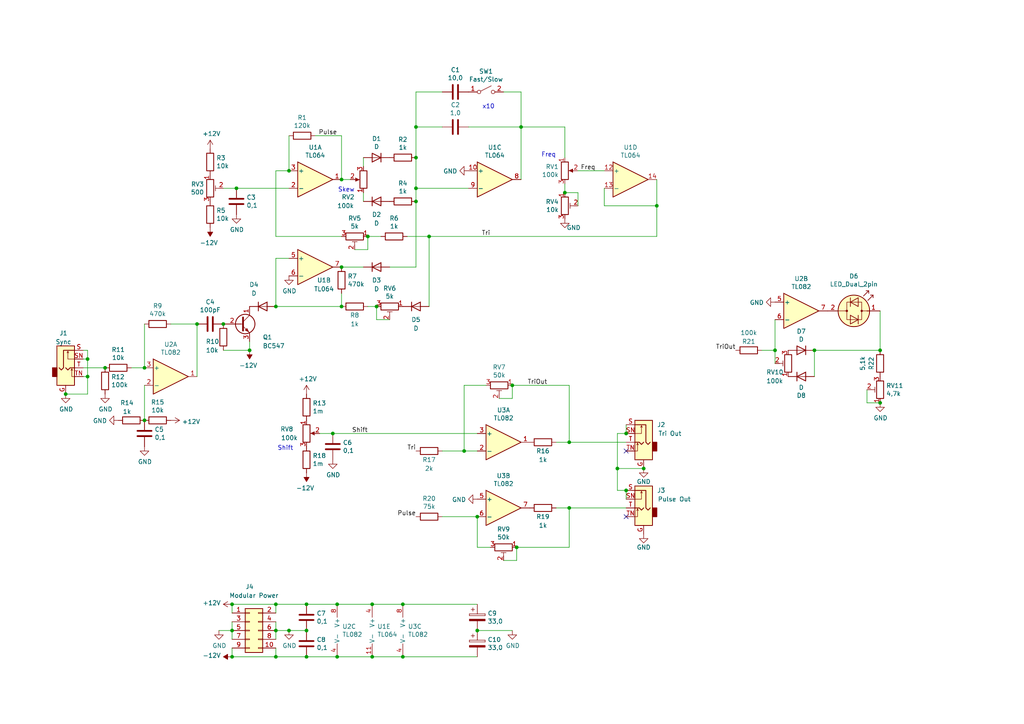
<source format=kicad_sch>
(kicad_sch (version 20211123) (generator eeschema)
  (paper "A4")
  (lib_symbols
    (symbol "Amplifier_Operational:TL064" (pin_names (offset 0.127))
      (property "Reference" "U" (at 0 5.08 0))
      (property "Value" "TL064" (at 0 -5.08 0))
      (symbol "TL064_1_1"
        (polyline (pts (xy -5.08 5.08) (xy 5.08 0) (xy -5.08 -5.08) (xy -5.08 5.08)) (stroke (width 0.254)) (fill (type background)))
        (pin output line (at 7.62 0 180) (length 2.54) (name "~") (number "1"))
        (pin input line (at -7.62 -2.54 0) (length 2.54) (name "-") (number "2"))
        (pin input line (at -7.62 2.54 0) (length 2.54) (name "+") (number "3"))
      )
      (symbol "TL064_2_1"
        (polyline (pts (xy -5.08 5.08) (xy 5.08 0) (xy -5.08 -5.08) (xy -5.08 5.08)) (stroke (width 0.254)) (fill (type background)))
        (pin input line (at -7.62 2.54 0) (length 2.54) (name "+") (number "5"))
        (pin input line (at -7.62 -2.54 0) (length 2.54) (name "-") (number "6"))
        (pin output line (at 7.62 0 180) (length 2.54) (name "~") (number "7"))
      )
      (symbol "TL064_3_1"
        (polyline (pts (xy -5.08 5.08) (xy 5.08 0) (xy -5.08 -5.08) (xy -5.08 5.08)) (stroke (width 0.254)) (fill (type background)))
        (pin input line (at -7.62 2.54 0) (length 2.54) (name "+") (number "10"))
        (pin output line (at 7.62 0 180) (length 2.54) (name "~") (number "8"))
        (pin input line (at -7.62 -2.54 0) (length 2.54) (name "-") (number "9"))
      )
      (symbol "TL064_4_1"
        (polyline (pts (xy -5.08 5.08) (xy 5.08 0) (xy -5.08 -5.08) (xy -5.08 5.08)) (stroke (width 0.254)) (fill (type background)))
        (pin input line (at -7.62 2.54 0) (length 2.54) (name "+") (number "12"))
        (pin input line (at -7.62 -2.54 0) (length 2.54) (name "-") (number "13"))
        (pin output line (at 7.62 0 180) (length 2.54) (name "~") (number "14"))
      )
      (symbol "TL064_5_1"
        (pin power_in line (at -2.54 -7.62 90) (length 3.81) (name "V-") (number "11"))
        (pin power_in line (at -2.54 7.62 270) (length 3.81) (name "V+") (number "4"))
      )
    )
    (symbol "Amplifier_Operational:TL082" (pin_names (offset 0.127))
      (property "Reference" "U" (at 0 5.08 0))
      (property "Value" "TL082" (at 0 -5.08 0))
      (symbol "TL082_1_1"
        (polyline (pts (xy -5.08 5.08) (xy 5.08 0) (xy -5.08 -5.08) (xy -5.08 5.08)) (stroke (width 0.254)) (fill (type background)))
        (pin output line (at 7.62 0 180) (length 2.54) (name "~") (number "1"))
        (pin input line (at -7.62 -2.54 0) (length 2.54) (name "-") (number "2"))
        (pin input line (at -7.62 2.54 0) (length 2.54) (name "+") (number "3"))
      )
      (symbol "TL082_2_1"
        (polyline (pts (xy -5.08 5.08) (xy 5.08 0) (xy -5.08 -5.08) (xy -5.08 5.08)) (stroke (width 0.254)) (fill (type background)))
        (pin input line (at -7.62 2.54 0) (length 2.54) (name "+") (number "5"))
        (pin input line (at -7.62 -2.54 0) (length 2.54) (name "-") (number "6"))
        (pin output line (at 7.62 0 180) (length 2.54) (name "~") (number "7"))
      )
      (symbol "TL082_3_1"
        (pin power_in line (at -2.54 -7.62 90) (length 3.81) (name "V-") (number "4"))
        (pin power_in line (at -2.54 7.62 270) (length 3.81) (name "V+") (number "8"))
      )
    )
    (symbol "Connector:AudioJack2_Ground_Switch"
      (property "Reference" "J" (at 0 11.43 0))
      (property "Value" "AudioJack2_Ground_Switch" (at 0 8.89 0))
      (symbol "AudioJack2_Ground_Switch_0_1"
        (rectangle (start -2.54 -2.54) (end -3.81 0) (stroke (width 0.254)) (fill (type outline)))
        (rectangle (start 2.54 6.35) (end -2.54 -5.08) (stroke (width 0.254)) (fill (type background)))
      )
      (symbol "AudioJack2_Ground_Switch_1_1"
        (polyline (pts (xy 0.635 4.826) (xy 0.889 4.318)))
        (polyline (pts (xy 1.778 -0.254) (xy 2.032 -0.762)))
        (polyline (pts (xy 0 0) (xy 0.635 -0.635) (xy 1.27 0) (xy 2.54 0)) (stroke (width 0.254)))
        (polyline (pts (xy 2.54 -2.54) (xy 1.778 -2.54) (xy 1.778 -0.254) (xy 1.524 -0.762)))
        (polyline (pts (xy 2.54 2.54) (xy 0.635 2.54) (xy 0.635 4.826) (xy 0.381 4.318)))
        (polyline (pts (xy 2.54 5.08) (xy -0.635 5.08) (xy -0.635 0) (xy -1.27 -0.635) (xy -1.905 0)) (stroke (width 0.254)))
        (pin passive line (at 0 -7.62 90) (length 2.54) (name "~") (number "G"))
        (pin passive line (at 5.08 5.08 180) (length 2.54) (name "~") (number "S"))
        (pin passive line (at 5.08 2.54 180) (length 2.54) (name "~") (number "SN"))
        (pin passive line (at 5.08 0 180) (length 2.54) (name "~") (number "T"))
        (pin passive line (at 5.08 -2.54 180) (length 2.54) (name "~") (number "TN"))
      )
    )
    (symbol "Connector_Generic:Conn_02x05_Odd_Even" (pin_names (offset 1.016) hide)
      (property "Reference" "J" (at 1.27 7.62 0))
      (property "Value" "Conn_02x05_Odd_Even" (at 1.27 -7.62 0))
      (symbol "Conn_02x05_Odd_Even_1_1"
        (rectangle (start -1.27 -4.953) (end 0 -5.207) (stroke (width 0.1524)))
        (rectangle (start -1.27 -2.413) (end 0 -2.667) (stroke (width 0.1524)))
        (rectangle (start -1.27 0.127) (end 0 -0.127) (stroke (width 0.1524)))
        (rectangle (start -1.27 2.667) (end 0 2.413) (stroke (width 0.1524)))
        (rectangle (start -1.27 5.207) (end 0 4.953) (stroke (width 0.1524)))
        (rectangle (start -1.27 6.35) (end 3.81 -6.35) (stroke (width 0.254)) (fill (type background)))
        (rectangle (start 3.81 -4.953) (end 2.54 -5.207) (stroke (width 0.1524)))
        (rectangle (start 3.81 -2.413) (end 2.54 -2.667) (stroke (width 0.1524)))
        (rectangle (start 3.81 0.127) (end 2.54 -0.127) (stroke (width 0.1524)))
        (rectangle (start 3.81 2.667) (end 2.54 2.413) (stroke (width 0.1524)))
        (rectangle (start 3.81 5.207) (end 2.54 4.953) (stroke (width 0.1524)))
        (pin passive line (at -5.08 5.08 0) (length 3.81) (name "Pin_1") (number "1"))
        (pin passive line (at 7.62 -5.08 180) (length 3.81) (name "Pin_10") (number "10"))
        (pin passive line (at 7.62 5.08 180) (length 3.81) (name "Pin_2") (number "2"))
        (pin passive line (at -5.08 2.54 0) (length 3.81) (name "Pin_3") (number "3"))
        (pin passive line (at 7.62 2.54 180) (length 3.81) (name "Pin_4") (number "4"))
        (pin passive line (at -5.08 0 0) (length 3.81) (name "Pin_5") (number "5"))
        (pin passive line (at 7.62 0 180) (length 3.81) (name "Pin_6") (number "6"))
        (pin passive line (at -5.08 -2.54 0) (length 3.81) (name "Pin_7") (number "7"))
        (pin passive line (at 7.62 -2.54 180) (length 3.81) (name "Pin_8") (number "8"))
        (pin passive line (at -5.08 -5.08 0) (length 3.81) (name "Pin_9") (number "9"))
      )
    )
    (symbol "Device:C" (pin_numbers hide) (pin_names (offset 0.254))
      (property "Reference" "C" (at 0.635 2.54 0))
      (property "Value" "C" (at 0.635 -2.54 0))
      (symbol "C_0_1"
        (polyline (pts (xy -2.032 -0.762) (xy 2.032 -0.762)) (stroke (width 0.508)))
        (polyline (pts (xy -2.032 0.762) (xy 2.032 0.762)) (stroke (width 0.508)))
      )
      (symbol "C_1_1"
        (pin passive line (at 0 3.81 270) (length 2.794) (name "~") (number "1"))
        (pin passive line (at 0 -3.81 90) (length 2.794) (name "~") (number "2"))
      )
    )
    (symbol "Device:D" (pin_numbers hide) (pin_names (offset 1.016) hide)
      (property "Reference" "D" (at 0 2.54 0))
      (property "Value" "D" (at 0 -2.54 0))
      (symbol "D_0_1"
        (polyline (pts (xy -1.27 1.27) (xy -1.27 -1.27)) (stroke (width 0.254)))
        (polyline (pts (xy 1.27 0) (xy -1.27 0)))
        (polyline (pts (xy 1.27 1.27) (xy 1.27 -1.27) (xy -1.27 0) (xy 1.27 1.27)) (stroke (width 0.254)))
      )
      (symbol "D_1_1"
        (pin passive line (at -3.81 0 0) (length 2.54) (name "K") (number "1"))
        (pin passive line (at 3.81 0 180) (length 2.54) (name "A") (number "2"))
      )
    )
    (symbol "Device:R" (pin_numbers hide) (pin_names (offset 0))
      (property "Reference" "R" (at 2.032 0 90))
      (property "Value" "R" (at 0 0 90))
      (symbol "R_0_1"
        (rectangle (start -1.016 -2.54) (end 1.016 2.54) (stroke (width 0.254)))
      )
      (symbol "R_1_1"
        (pin passive line (at 0 3.81 270) (length 1.27) (name "~") (number "1"))
        (pin passive line (at 0 -3.81 90) (length 1.27) (name "~") (number "2"))
      )
    )
    (symbol "Switch:SW_SPST" (pin_names (offset 0) hide)
      (property "Reference" "SW" (at 0 3.175 0))
      (property "Value" "SW_SPST" (at 0 -2.54 0))
      (symbol "SW_SPST_0_0"
        (circle (center -2.032 0) (radius 0.508))
        (polyline (pts (xy -1.524 0.254) (xy 1.524 1.778)))
        (circle (center 2.032 0) (radius 0.508))
      )
      (symbol "SW_SPST_1_1"
        (pin passive line (at -5.08 0 0) (length 2.54) (name "A") (number "1"))
        (pin passive line (at 5.08 0 180) (length 2.54) (name "B") (number "2"))
      )
    )
    (symbol "Transistor_BJT:BC547" (pin_names (offset 0) hide)
      (property "Reference" "Q" (at 5.08 1.905 0))
      (property "Value" "BC547" (at 5.08 0 0))
      (symbol "BC547_0_1"
        (polyline (pts (xy 0 0) (xy 0.635 0)))
        (polyline (pts (xy 0.635 0.635) (xy 2.54 2.54)))
        (polyline (pts (xy 0.635 -0.635) (xy 2.54 -2.54) (xy 2.54 -2.54)))
        (polyline (pts (xy 0.635 1.905) (xy 0.635 -1.905) (xy 0.635 -1.905)) (stroke (width 0.508)))
        (polyline (pts (xy 1.27 -1.778) (xy 1.778 -1.27) (xy 2.286 -2.286) (xy 1.27 -1.778) (xy 1.27 -1.778)) (fill (type outline)))
        (circle (center 1.27 0) (radius 2.8194) (stroke (width 0.254)))
      )
      (symbol "BC547_1_1"
        (pin passive line (at 2.54 5.08 270) (length 2.54) (name "C") (number "1"))
        (pin input line (at -5.08 0 0) (length 5.08) (name "B") (number "2"))
        (pin passive line (at 2.54 -5.08 90) (length 2.54) (name "E") (number "3"))
      )
    )
    (symbol "dz_LFO_Sync-rescue:CP-Device" (pin_numbers hide) (pin_names (offset 0.254))
      (property "Reference" "C" (at 0.635 2.54 0))
      (property "Value" "CP-Device" (at 0.635 -2.54 0))
      (symbol "CP-Device_0_1"
        (rectangle (start -2.286 0.508) (end -2.286 1.016))
        (rectangle (start -2.286 0.508) (end 2.286 0.508))
        (polyline (pts (xy -1.778 2.286) (xy -0.762 2.286)))
        (polyline (pts (xy -1.27 2.794) (xy -1.27 1.778)))
        (rectangle (start 2.286 -0.508) (end -2.286 -1.016) (fill (type outline)))
        (rectangle (start 2.286 1.016) (end -2.286 1.016))
        (rectangle (start 2.286 1.016) (end 2.286 0.508))
      )
      (symbol "CP-Device_1_1"
        (pin passive line (at 0 3.81 270) (length 2.794) (name "~") (number "1"))
        (pin passive line (at 0 -3.81 90) (length 2.794) (name "~") (number "2"))
      )
    )
    (symbol "dz_LFO_Sync-rescue:LED_Dual_2pin-Device" (pin_names (offset 0) hide)
      (property "Reference" "D" (at 0 5.715 0))
      (property "Value" "LED_Dual_2pin-Device" (at 0 -6.35 0))
      (symbol "LED_Dual_2pin-Device_0_1"
        (circle (center -2.032 0) (radius 0.254) (fill (type outline)))
        (polyline (pts (xy -4.572 0) (xy -2.54 0)))
        (polyline (pts (xy -2.032 0) (xy -2.54 0)))
        (polyline (pts (xy -1.016 3.81) (xy -1.016 1.27)) (stroke (width 0.2032)))
        (polyline (pts (xy 1.27 -1.27) (xy 1.27 -3.81)) (stroke (width 0.2032)))
        (polyline (pts (xy 4.064 0) (xy 2.286 0)) (fill (type outline)))
        (polyline (pts (xy 4.318 5.842) (xy 4.318 5.08)) (stroke (width 0.2032)))
        (polyline (pts (xy 5.588 4.572) (xy 5.588 3.81)) (stroke (width 0.2032)))
        (polyline (pts (xy 2.794 4.318) (xy 4.318 5.842) (xy 3.556 5.842)) (stroke (width 0.2032)))
        (polyline (pts (xy 4.064 3.048) (xy 5.588 4.572) (xy 4.826 4.572)) (stroke (width 0.2032)))
        (polyline (pts (xy -1.016 -1.27) (xy -1.016 -3.81) (xy 1.27 -2.54) (xy -1.016 -1.27)) (stroke (width 0.2032)))
        (polyline (pts (xy 1.27 3.81) (xy 1.27 1.27) (xy -1.016 2.54) (xy 1.27 3.81)) (stroke (width 0.2032)))
        (polyline (pts (xy 2.286 2.54) (xy -2.032 2.54) (xy -2.032 -2.54) (xy 2.286 -2.54) (xy 2.286 2.54)))
        (circle (center 0 0) (radius 4.572) (stroke (width 0.254)) (fill (type background)))
        (circle (center 2.286 0) (radius 0.254) (fill (type outline)))
      )
      (symbol "LED_Dual_2pin-Device_1_1"
        (pin input line (at 7.62 0 180) (length 3.81) (name "KA") (number "1"))
        (pin input line (at -7.62 0 0) (length 3.048) (name "AK") (number "2"))
      )
    )
    (symbol "dz_LFO_Sync-rescue:R_POT-Device" (pin_names (offset 1.016) hide)
      (property "Reference" "RV" (at -4.445 0 90))
      (property "Value" "R_POT-Device" (at -2.54 0 90))
      (symbol "R_POT-Device_0_1"
        (polyline (pts (xy 2.54 0) (xy 1.524 0)))
        (polyline (pts (xy 1.143 0) (xy 2.286 0.508) (xy 2.286 -0.508)) (fill (type outline)))
        (rectangle (start 1.016 2.54) (end -1.016 -2.54) (stroke (width 0.254)))
      )
      (symbol "R_POT-Device_1_1"
        (pin passive line (at 0 3.81 270) (length 1.27) (name "1") (number "1"))
        (pin passive line (at 3.81 0 180) (length 1.27) (name "2") (number "2"))
        (pin passive line (at 0 -3.81 90) (length 1.27) (name "3") (number "3"))
      )
    )
    (symbol "dz_LFO_Sync-rescue:R_POT_TRIM-Device" (pin_names (offset 1.016) hide)
      (property "Reference" "RV" (at -4.445 0 90))
      (property "Value" "R_POT_TRIM-Device" (at -2.54 0 90))
      (symbol "R_POT_TRIM-Device_0_1"
        (polyline (pts (xy 1.524 0.762) (xy 1.524 -0.762)))
        (polyline (pts (xy 2.54 0) (xy 1.524 0)))
        (rectangle (start 1.016 2.54) (end -1.016 -2.54) (stroke (width 0.254)))
      )
      (symbol "R_POT_TRIM-Device_1_1"
        (pin passive line (at 0 3.81 270) (length 1.27) (name "1") (number "1"))
        (pin passive line (at 3.81 0 180) (length 1.27) (name "2") (number "2"))
        (pin passive line (at 0 -3.81 90) (length 1.27) (name "3") (number "3"))
      )
    )
    (symbol "power:+12V" (power) (pin_names (offset 0))
      (property "Value" "+12V" (at 0 3.556 0))
      (symbol "+12V_0_1"
        (polyline (pts (xy -0.762 1.27) (xy 0 2.54)))
        (polyline (pts (xy 0 0) (xy 0 2.54)))
        (polyline (pts (xy 0 2.54) (xy 0.762 1.27)))
      )
      (symbol "+12V_1_1"
        (pin power_in line (at 0 0 90) (length 0) hide (name "+12V") (number "1"))
      )
    )
    (symbol "power:-12V" (power) (pin_names (offset 0))
      (property "Value" "-12V" (at 0 3.81 0))
      (symbol "-12V_0_0"
        (pin power_in line (at 0 0 90) (length 0) hide (name "-12V") (number "1"))
      )
      (symbol "-12V_0_1"
        (polyline (pts (xy 0 0) (xy 0 1.27) (xy 0.762 1.27) (xy 0 2.54) (xy -0.762 1.27) (xy 0 1.27)) (fill (type outline)))
      )
    )
    (symbol "power:GND" (power) (pin_names (offset 0))
      (property "Value" "GND" (at 0 -3.81 0))
      (symbol "GND_0_1"
        (polyline (pts (xy 0 0) (xy 0 -1.27) (xy 1.27 -1.27) (xy 0 -2.54) (xy -1.27 -1.27) (xy 0 -1.27)))
      )
      (symbol "GND_1_1"
        (pin power_in line (at 0 0 270) (length 0) hide (name "GND") (number "1"))
      )
    )
  )
  (junction (at 64.77 93.98))
  (junction (at 134.62 130.81))
  (junction (at 30.48 106.68))
  (junction (at 186.69 135.89))
  (junction (at 107.95 175.26))
  (junction (at 96.52 125.73))
  (junction (at 80.01 88.9))
  (junction (at 179.07 135.89))
  (junction (at 148.59 111.76))
  (junction (at 97.79 190.5))
  (junction (at 236.22 101.6))
  (junction (at 80.01 175.26))
  (junction (at 120.65 54.61))
  (junction (at 88.9 182.88))
  (junction (at 99.06 77.47))
  (junction (at 190.5 59.69))
  (junction (at 97.79 175.26))
  (junction (at 163.83 55.88))
  (junction (at 138.43 182.88))
  (junction (at 151.13 36.83))
  (junction (at 67.31 182.88))
  (junction (at 68.58 54.61))
  (junction (at 149.86 158.75))
  (junction (at 120.65 36.83))
  (junction (at 72.39 101.6))
  (junction (at 80.01 190.5))
  (junction (at 181.61 142.24))
  (junction (at 116.84 175.26))
  (junction (at 181.61 125.73))
  (junction (at 67.31 175.26))
  (junction (at 25.4 109.22))
  (junction (at 106.68 68.58))
  (junction (at 83.82 182.88))
  (junction (at 120.65 45.72))
  (junction (at 99.06 88.9))
  (junction (at 83.82 49.53))
  (junction (at 57.15 93.98))
  (junction (at 107.95 190.5))
  (junction (at 165.1 147.32))
  (junction (at 116.84 190.5))
  (junction (at 99.06 52.07))
  (junction (at 88.9 190.5))
  (junction (at 41.91 106.68))
  (junction (at 124.46 68.58))
  (junction (at 224.79 101.6))
  (junction (at 41.91 121.92))
  (junction (at 80.01 182.88))
  (junction (at 120.65 58.42))
  (junction (at 109.22 88.9))
  (junction (at 19.05 114.3))
  (junction (at 25.4 104.14))
  (junction (at 88.9 175.26))
  (junction (at 255.27 101.6))
  (junction (at 255.27 116.84))
  (junction (at 165.1 128.27))
  (junction (at 138.43 149.86))
  (junction (at 67.31 190.5))
  (no_connect (at 181.61 130.81))
  (no_connect (at 181.61 149.86))
  (wire (pts (xy 181.61 142.24) (xy 181.61 144.78)))
  (wire (pts (xy 134.62 111.76) (xy 134.62 130.81)))
  (wire (pts (xy 97.79 175.26) (xy 88.9 175.26)))
  (wire (pts (xy 120.65 54.61) (xy 120.65 58.42)))
  (wire (pts (xy 120.65 36.83) (xy 128.27 36.83)))
  (wire (pts (xy 25.4 114.3) (xy 25.4 109.22)))
  (wire (pts (xy 99.06 52.07) (xy 99.06 39.37)))
  (wire (pts (xy 163.83 45.72) (xy 163.83 36.83)))
  (wire (pts (xy 99.06 85.09) (xy 99.06 88.9)))
  (wire (pts (xy 165.1 147.32) (xy 181.61 147.32)))
  (wire (pts (xy 134.62 130.81) (xy 128.27 130.81)))
  (wire (pts (xy 67.31 182.88) (xy 67.31 180.34)))
  (wire (pts (xy 165.1 128.27) (xy 181.61 128.27)))
  (wire (pts (xy 83.82 182.88) (xy 80.01 182.88)))
  (wire (pts (xy 165.1 147.32) (xy 165.1 158.75)))
  (wire (pts (xy 25.4 109.22) (xy 24.13 109.22)))
  (wire (pts (xy 80.01 74.93) (xy 83.82 74.93)))
  (wire (pts (xy 106.68 68.58) (xy 106.68 72.39)))
  (wire (pts (xy 88.9 190.5) (xy 80.01 190.5)))
  (wire (pts (xy 110.49 68.58) (xy 106.68 68.58)))
  (wire (pts (xy 190.5 59.69) (xy 190.5 52.07)))
  (wire (pts (xy 181.61 125.73) (xy 179.07 125.73)))
  (wire (pts (xy 25.4 101.6) (xy 25.4 104.14)))
  (wire (pts (xy 120.65 45.72) (xy 120.65 54.61)))
  (wire (pts (xy 144.78 115.57) (xy 148.59 115.57)))
  (wire (pts (xy 142.24 158.75) (xy 138.43 158.75)))
  (wire (pts (xy 175.26 59.69) (xy 190.5 59.69)))
  (wire (pts (xy 128.27 149.86) (xy 138.43 149.86)))
  (wire (pts (xy 255.27 101.6) (xy 236.22 101.6)))
  (wire (pts (xy 68.58 54.61) (xy 64.77 54.61)))
  (wire (pts (xy 138.43 149.86) (xy 138.43 158.75)))
  (wire (pts (xy 83.82 49.53) (xy 83.82 39.37)))
  (wire (pts (xy 135.89 54.61) (xy 120.65 54.61)))
  (wire (pts (xy 120.65 26.67) (xy 120.65 36.83)))
  (wire (pts (xy 83.82 54.61) (xy 68.58 54.61)))
  (wire (pts (xy 49.53 93.98) (xy 57.15 93.98)))
  (wire (pts (xy 80.01 185.42) (xy 80.01 182.88)))
  (wire (pts (xy 163.83 55.88) (xy 167.64 55.88)))
  (wire (pts (xy 149.86 158.75) (xy 165.1 158.75)))
  (wire (pts (xy 109.22 88.9) (xy 106.68 88.9)))
  (wire (pts (xy 57.15 93.98) (xy 57.15 109.22)))
  (wire (pts (xy 175.26 54.61) (xy 175.26 59.69)))
  (wire (pts (xy 105.41 45.72) (xy 105.41 48.26)))
  (wire (pts (xy 255.27 116.84) (xy 251.46 116.84)))
  (wire (pts (xy 116.84 190.5) (xy 138.43 190.5)))
  (wire (pts (xy 80.01 175.26) (xy 67.31 175.26)))
  (wire (pts (xy 151.13 36.83) (xy 151.13 26.67)))
  (wire (pts (xy 24.13 106.68) (xy 30.48 106.68)))
  (wire (pts (xy 113.03 92.71) (xy 109.22 92.71)))
  (wire (pts (xy 105.41 58.42) (xy 105.41 55.88)))
  (wire (pts (xy 163.83 53.34) (xy 163.83 55.88)))
  (wire (pts (xy 140.97 111.76) (xy 134.62 111.76)))
  (wire (pts (xy 106.68 72.39) (xy 102.87 72.39)))
  (wire (pts (xy 148.59 115.57) (xy 148.59 111.76)))
  (wire (pts (xy 67.31 185.42) (xy 67.31 182.88)))
  (wire (pts (xy 165.1 111.76) (xy 148.59 111.76)))
  (wire (pts (xy 124.46 88.9) (xy 124.46 68.58)))
  (wire (pts (xy 116.84 190.5) (xy 107.95 190.5)))
  (wire (pts (xy 88.9 182.88) (xy 83.82 182.88)))
  (wire (pts (xy 99.06 39.37) (xy 91.44 39.37)))
  (wire (pts (xy 146.05 162.56) (xy 149.86 162.56)))
  (wire (pts (xy 165.1 128.27) (xy 161.29 128.27)))
  (wire (pts (xy 88.9 175.26) (xy 80.01 175.26)))
  (wire (pts (xy 224.79 101.6) (xy 220.98 101.6)))
  (wire (pts (xy 19.05 114.3) (xy 25.4 114.3)))
  (wire (pts (xy 92.71 125.73) (xy 96.52 125.73)))
  (wire (pts (xy 179.07 135.89) (xy 179.07 142.24)))
  (wire (pts (xy 80.01 88.9) (xy 80.01 74.93)))
  (wire (pts (xy 88.9 190.5) (xy 97.79 190.5)))
  (wire (pts (xy 251.46 116.84) (xy 251.46 113.03)))
  (wire (pts (xy 128.27 26.67) (xy 120.65 26.67)))
  (wire (pts (xy 148.59 182.88) (xy 138.43 182.88)))
  (wire (pts (xy 120.65 58.42) (xy 120.65 77.47)))
  (wire (pts (xy 80.01 49.53) (xy 83.82 49.53)))
  (wire (pts (xy 163.83 36.83) (xy 151.13 36.83)))
  (wire (pts (xy 72.39 101.6) (xy 64.77 101.6)))
  (wire (pts (xy 99.06 88.9) (xy 80.01 88.9)))
  (wire (pts (xy 120.65 77.47) (xy 113.03 77.47)))
  (wire (pts (xy 41.91 106.68) (xy 41.91 93.98)))
  (wire (pts (xy 107.95 175.26) (xy 97.79 175.26)))
  (wire (pts (xy 67.31 190.5) (xy 67.31 187.96)))
  (wire (pts (xy 124.46 68.58) (xy 118.11 68.58)))
  (wire (pts (xy 165.1 147.32) (xy 161.29 147.32)))
  (wire (pts (xy 175.26 49.53) (xy 167.64 49.53)))
  (wire (pts (xy 80.01 187.96) (xy 80.01 190.5)))
  (wire (pts (xy 151.13 26.67) (xy 146.05 26.67)))
  (wire (pts (xy 138.43 175.26) (xy 116.84 175.26)))
  (wire (pts (xy 109.22 92.71) (xy 109.22 88.9)))
  (wire (pts (xy 97.79 190.5) (xy 107.95 190.5)))
  (wire (pts (xy 72.39 99.06) (xy 72.39 101.6)))
  (wire (pts (xy 99.06 68.58) (xy 80.01 68.58)))
  (wire (pts (xy 25.4 104.14) (xy 24.13 104.14)))
  (wire (pts (xy 179.07 125.73) (xy 179.07 135.89)))
  (wire (pts (xy 149.86 162.56) (xy 149.86 158.75)))
  (wire (pts (xy 179.07 142.24) (xy 181.61 142.24)))
  (wire (pts (xy 80.01 68.58) (xy 80.01 49.53)))
  (wire (pts (xy 224.79 92.71) (xy 224.79 101.6)))
  (wire (pts (xy 96.52 125.73) (xy 138.43 125.73)))
  (wire (pts (xy 41.91 106.68) (xy 38.1 106.68)))
  (wire (pts (xy 105.41 77.47) (xy 99.06 77.47)))
  (wire (pts (xy 190.5 68.58) (xy 190.5 59.69)))
  (wire (pts (xy 80.01 180.34) (xy 80.01 182.88)))
  (wire (pts (xy 138.43 130.81) (xy 134.62 130.81)))
  (wire (pts (xy 67.31 175.26) (xy 67.31 177.8)))
  (wire (pts (xy 101.6 52.07) (xy 99.06 52.07)))
  (wire (pts (xy 63.5 182.88) (xy 67.31 182.88)))
  (wire (pts (xy 120.65 45.72) (xy 120.65 36.83)))
  (wire (pts (xy 167.64 55.88) (xy 167.64 59.69)))
  (wire (pts (xy 25.4 109.22) (xy 25.4 104.14)))
  (wire (pts (xy 116.84 175.26) (xy 107.95 175.26)))
  (wire (pts (xy 80.01 177.8) (xy 80.01 175.26)))
  (wire (pts (xy 24.13 101.6) (xy 25.4 101.6)))
  (wire (pts (xy 41.91 111.76) (xy 41.91 121.92)))
  (wire (pts (xy 224.79 101.6) (xy 224.79 105.41)))
  (wire (pts (xy 135.89 36.83) (xy 151.13 36.83)))
  (wire (pts (xy 181.61 123.19) (xy 181.61 125.73)))
  (wire (pts (xy 179.07 135.89) (xy 186.69 135.89)))
  (wire (pts (xy 151.13 52.07) (xy 151.13 36.83)))
  (wire (pts (xy 236.22 101.6) (xy 236.22 109.22)))
  (wire (pts (xy 124.46 68.58) (xy 190.5 68.58)))
  (wire (pts (xy 165.1 128.27) (xy 165.1 111.76)))
  (wire (pts (xy 80.01 190.5) (xy 67.31 190.5)))
  (wire (pts (xy 255.27 101.6) (xy 255.27 90.17)))
  (text "Shift" (at 85.09 130.81 180) (effects (font (size 1.27 1.27)) (justify right bottom)))
  (text "Freq" (at 161.29 45.72 180) (effects (font (size 1.27 1.27)) (justify right bottom)))
  (text "Skew" (at 102.87 55.88 180) (effects (font (size 1.27 1.27)) (justify right bottom)))
  (text "x10" (at 143.51 31.75 180) (effects (font (size 1.27 1.27)) (justify right bottom)))
  (label "Pulse" (at 120.65 149.86 180))
  (label "Pulse" (at 97.79 39.37 180))
  (label "Tri" (at 120.65 130.81 180))
  (label "Freq" (at 172.72 49.53 180))
  (label "TriOut" (at 213.36 101.6 180))
  (label "TriOut" (at 158.75 111.76 180))
  (label "Tri" (at 142.24 68.58 180))
  (label "Shift" (at 106.68 125.73 180))
  (symbol (lib_id "Amplifier_Operational:TL064") (at 91.44 52.07 0) (unit 1)
    (property "Reference" "U1" (at 91.44 42.7482 0))
    (property "Value" "TL064" (at 91.44 45.0596 0))
    (property "Footprint" "Package_DIP:DIP-14_W7.62mm_Socket_LongPads" (effects hide))
    (property "Datasheet" "http://www.ti.com/lit/ds/symlink/tl061.pdf" (effects hide))
  )
  (symbol (lib_id "Amplifier_Operational:TL064") (at 143.51 52.07 0) (unit 3)
    (property "Reference" "U1" (at 143.51 42.7482 0))
    (property "Value" "TL064" (at 143.51 45.0596 0))
    (property "Footprint" "Package_DIP:DIP-14_W7.62mm_Socket_LongPads" (effects hide))
    (property "Datasheet" "http://www.ti.com/lit/ds/symlink/tl061.pdf" (effects hide))
  )
  (symbol (lib_id "Amplifier_Operational:TL064") (at 182.88 52.07 0) (unit 4)
    (property "Reference" "U1" (at 182.88 42.7482 0))
    (property "Value" "TL064" (at 182.88 45.0596 0))
    (property "Footprint" "Package_DIP:DIP-14_W7.62mm_Socket_LongPads" (effects hide))
    (property "Datasheet" "http://www.ti.com/lit/ds/symlink/tl061.pdf" (effects hide))
  )
  (symbol (lib_id "Amplifier_Operational:TL064") (at 91.44 77.47 0) (unit 2)
    (property "Reference" "U1" (at 93.98 81.28 0))
    (property "Value" "TL064" (at 93.98 83.82 0))
    (property "Footprint" "Package_DIP:DIP-14_W7.62mm_Socket_LongPads" (effects hide))
    (property "Datasheet" "http://www.ti.com/lit/ds/symlink/tl061.pdf" (effects hide))
  )
  (symbol (lib_id "Amplifier_Operational:TL064") (at 110.49 182.88 0) (unit 5)
    (property "Reference" "U1" (at 109.4232 181.7116 0) (effects (justify left)))
    (property "Value" "TL064" (at 109.4232 184.023 0) (effects (justify left)))
    (property "Footprint" "Package_DIP:DIP-14_W7.62mm_Socket_LongPads" (effects hide))
    (property "Datasheet" "http://www.ti.com/lit/ds/symlink/tl061.pdf" (effects hide))
  )
  (symbol (lib_id "Amplifier_Operational:TL082") (at 146.05 128.27 0) (unit 1)
    (property "Reference" "U3" (at 146.05 118.9482 0))
    (property "Value" "TL082" (at 146.05 121.2596 0))
    (property "Footprint" "Package_DIP:DIP-8_W7.62mm_Socket_LongPads" (effects hide))
    (property "Datasheet" "http://www.ti.com/lit/ds/symlink/tl081.pdf" (effects hide))
  )
  (symbol (lib_id "Amplifier_Operational:TL082") (at 146.05 147.32 0) (unit 2)
    (property "Reference" "U3" (at 146.05 137.9982 0))
    (property "Value" "TL082" (at 146.05 140.3096 0))
    (property "Footprint" "Package_DIP:DIP-8_W7.62mm_Socket_LongPads" (effects hide))
    (property "Datasheet" "http://www.ti.com/lit/ds/symlink/tl081.pdf" (effects hide))
  )
  (symbol (lib_id "Amplifier_Operational:TL082") (at 100.33 182.88 0) (unit 3)
    (property "Reference" "U2" (at 99.2632 181.7116 0) (effects (justify left)))
    (property "Value" "TL082" (at 99.2632 184.023 0) (effects (justify left)))
    (property "Footprint" "Package_DIP:DIP-8_W7.62mm_Socket_LongPads" (effects hide))
    (property "Datasheet" "http://www.ti.com/lit/ds/symlink/tl081.pdf" (effects hide))
  )
  (symbol (lib_id "Device:C") (at 88.9 179.07 0) (unit 1)
    (property "Reference" "C7" (at 91.821 177.9016 0) (effects (justify left)))
    (property "Value" "0,1" (at 91.821 180.213 0) (effects (justify left)))
    (property "Footprint" "Capacitor_SMD:C_0805_2012Metric_Pad1.18x1.45mm_HandSolder" (effects hide))
  )
  (symbol (lib_id "Device:C") (at 88.9 186.69 0) (unit 1)
    (property "Reference" "C8" (at 91.821 185.5216 0) (effects (justify left)))
    (property "Value" "0,1" (at 91.821 187.833 0) (effects (justify left)))
    (property "Footprint" "Capacitor_SMD:C_0805_2012Metric_Pad1.18x1.45mm_HandSolder" (effects hide))
  )
  (symbol (lib_id "Device:C") (at 132.08 26.67 270) (unit 1)
    (property "Reference" "C1" (at 132.08 20.2692 90))
    (property "Value" "10,0" (at 132.08 22.5806 90))
    (property "Footprint" "Capacitor_SMD:C_0805_2012Metric_Pad1.18x1.45mm_HandSolder" (effects hide))
  )
  (symbol (lib_id "Device:C") (at 132.08 36.83 270) (unit 1)
    (property "Reference" "C2" (at 132.08 30.4292 90))
    (property "Value" "1,0" (at 132.08 32.7406 90))
    (property "Footprint" "Capacitor_SMD:C_0805_2012Metric_Pad1.18x1.45mm_HandSolder" (effects hide))
  )
  (symbol (lib_id "Device:C") (at 60.96 93.98 270) (unit 1)
    (property "Reference" "C4" (at 60.96 87.5792 90))
    (property "Value" "100pF" (at 60.96 89.8906 90))
    (property "Footprint" "Capacitor_SMD:C_0805_2012Metric_Pad1.18x1.45mm_HandSolder" (effects hide))
  )
  (symbol (lib_id "Device:R") (at 64.77 97.79 0) (unit 1)
    (property "Reference" "R10" (at 59.69 99.06 0) (effects (justify left)))
    (property "Value" "10k" (at 59.69 101.6 0) (effects (justify left)))
    (property "Footprint" "Resistor_SMD:R_0805_2012Metric_Pad1.20x1.40mm_HandSolder" (effects hide))
  )
  (symbol (lib_id "Device:R") (at 99.06 81.28 0) (unit 1)
    (property "Reference" "R7" (at 100.838 80.1116 0) (effects (justify left)))
    (property "Value" "470k" (at 100.838 82.423 0) (effects (justify left)))
    (property "Footprint" "Resistor_SMD:R_0805_2012Metric_Pad1.20x1.40mm_HandSolder" (effects hide))
  )
  (symbol (lib_id "Device:R") (at 102.87 88.9 90) (unit 1)
    (property "Reference" "R8" (at 102.87 91.44 90))
    (property "Value" "1k" (at 102.87 93.98 90))
    (property "Footprint" "Resistor_SMD:R_0805_2012Metric_Pad1.20x1.40mm_HandSolder" (effects hide))
  )
  (symbol (lib_id "Device:R") (at 87.63 39.37 270) (unit 1)
    (property "Reference" "R1" (at 87.63 34.1122 90))
    (property "Value" "120k" (at 87.63 36.4236 90))
    (property "Footprint" "Resistor_SMD:R_0805_2012Metric_Pad1.20x1.40mm_HandSolder" (effects hide))
  )
  (symbol (lib_id "Switch:SW_SPST") (at 140.97 26.67 0) (unit 1)
    (property "Reference" "SW1" (at 140.97 20.701 0))
    (property "Value" "Fast/Slow" (at 140.97 23.0124 0))
    (property "Footprint" "Connector_PinHeader_2.54mm:PinHeader_1x02_P2.54mm_Vertical" (effects hide))
  )
  (symbol (lib_id "dz_LFO_Sync-rescue:R_POT-Device") (at 105.41 52.07 180) (unit 1)
    (property "Reference" "RV2" (at 99.06 57.15 0) (effects (justify right)))
    (property "Value" "100k" (at 97.79 59.69 0) (effects (justify right)))
    (property "Footprint" "Potentiometer_THT:Potentiometer_Alps_RK097_Single_Horizontal" (effects hide))
  )
  (symbol (lib_id "Device:D") (at 109.22 58.42 0) (unit 1)
    (property "Reference" "D2" (at 109.22 62.23 0))
    (property "Value" "D" (at 109.22 64.77 0))
    (property "Footprint" "Diode_SMD:D_MicroMELF_Handsoldering" (effects hide))
  )
  (symbol (lib_id "Device:D") (at 109.22 45.72 180) (unit 1)
    (property "Reference" "D1" (at 109.22 40.2336 0))
    (property "Value" "D" (at 109.22 42.545 0))
    (property "Footprint" "Diode_SMD:D_MicroMELF_Handsoldering" (effects hide))
  )
  (symbol (lib_id "dz_LFO_Sync-rescue:R_POT_TRIM-Device") (at 60.96 54.61 0) (unit 1)
    (property "Reference" "RV3" (at 59.182 53.4416 0) (effects (justify right)))
    (property "Value" "500" (at 59.182 55.753 0) (effects (justify right)))
    (property "Footprint" "Potentiometer_THT:Potentiometer_Runtron_RM-065_Vertical" (effects hide))
    (property "Name" "Skew" (effects hide))
  )
  (symbol (lib_id "dz_LFO_Sync-rescue:R_POT_TRIM-Device") (at 163.83 59.69 0) (unit 1)
    (property "Reference" "RV4" (at 162.052 58.5216 0) (effects (justify right)))
    (property "Value" "10k" (at 162.052 60.833 0) (effects (justify right)))
    (property "Footprint" "Potentiometer_THT:Potentiometer_Runtron_RM-065_Vertical" (effects hide))
  )
  (symbol (lib_id "dz_LFO_Sync-rescue:R_POT-Device") (at 163.83 49.53 0) (unit 1)
    (property "Reference" "RV1" (at 162.052 48.3616 0) (effects (justify right)))
    (property "Value" "100k" (at 162.052 50.673 0) (effects (justify right)))
    (property "Footprint" "Potentiometer_THT:Potentiometer_Alps_RK097_Single_Horizontal" (effects hide))
  )
  (symbol (lib_id "dz_LFO_Sync-rescue:R_POT_TRIM-Device") (at 113.03 88.9 270) (unit 1)
    (property "Reference" "RV6" (at 113.03 83.6422 90))
    (property "Value" "5k" (at 113.03 85.9536 90))
    (property "Footprint" "Potentiometer_THT:Potentiometer_Runtron_RM-065_Vertical" (effects hide))
  )
  (symbol (lib_id "power:-12V") (at 72.39 101.6 180) (unit 1)
    (property "Reference" "#PWR07" (effects hide))
    (property "Value" "-12V" (at 72.009 105.9942 0))
  )
  (symbol (lib_id "power:GND") (at 83.82 182.88 0) (unit 1)
    (property "Reference" "#PWR017" (effects hide))
    (property "Value" "GND" (at 83.947 187.2742 0))
  )
  (symbol (lib_id "power:GND") (at 63.5 182.88 0) (unit 1)
    (property "Reference" "#PWR016" (effects hide))
    (property "Value" "GND" (at 63.627 187.2742 0))
  )
  (symbol (lib_id "Device:R") (at 60.96 46.99 0) (unit 1)
    (property "Reference" "R3" (at 62.738 45.8216 0) (effects (justify left)))
    (property "Value" "10k" (at 62.738 48.133 0) (effects (justify left)))
    (property "Footprint" "Resistor_SMD:R_0805_2012Metric_Pad1.20x1.40mm_HandSolder" (effects hide))
  )
  (symbol (lib_id "Device:R") (at 60.96 62.23 0) (unit 1)
    (property "Reference" "R5" (at 62.738 61.0616 0) (effects (justify left)))
    (property "Value" "10k" (at 62.738 63.373 0) (effects (justify left)))
    (property "Footprint" "Resistor_SMD:R_0805_2012Metric_Pad1.20x1.40mm_HandSolder" (effects hide))
  )
  (symbol (lib_id "Device:C") (at 68.58 58.42 0) (unit 1)
    (property "Reference" "C3" (at 71.501 57.2516 0) (effects (justify left)))
    (property "Value" "0,1" (at 71.501 59.563 0) (effects (justify left)))
    (property "Footprint" "Capacitor_SMD:C_0805_2012Metric_Pad1.18x1.45mm_HandSolder" (effects hide))
  )
  (symbol (lib_id "power:GND") (at 68.58 62.23 0) (unit 1)
    (property "Reference" "#PWR03" (effects hide))
    (property "Value" "GND" (at 68.707 66.6242 0))
  )
  (symbol (lib_id "power:-12V") (at 67.31 190.5 90) (unit 1)
    (property "Reference" "#PWR018" (effects hide))
    (property "Value" "-12V" (at 64.0588 190.119 90) (effects (justify left)))
  )
  (symbol (lib_id "power:+12V") (at 67.31 175.26 90) (unit 1)
    (property "Reference" "#PWR015" (effects hide))
    (property "Value" "+12V" (at 64.0588 174.879 90) (effects (justify left)))
  )
  (symbol (lib_id "power:-12V") (at 60.96 66.04 180) (unit 1)
    (property "Reference" "#PWR05" (effects hide))
    (property "Value" "-12V" (at 60.579 70.4342 0))
  )
  (symbol (lib_id "power:+12V") (at 60.96 43.18 0) (unit 1)
    (property "Reference" "#PWR01" (effects hide))
    (property "Value" "+12V" (at 61.341 38.7858 0))
  )
  (symbol (lib_id "Device:R") (at 116.84 45.72 270) (unit 1)
    (property "Reference" "R2" (at 116.84 40.4622 90))
    (property "Value" "1k" (at 116.84 42.7736 90))
    (property "Footprint" "Resistor_SMD:R_0805_2012Metric_Pad1.20x1.40mm_HandSolder" (effects hide))
  )
  (symbol (lib_id "Device:R") (at 116.84 58.42 270) (unit 1)
    (property "Reference" "R4" (at 116.84 53.1622 90))
    (property "Value" "1k" (at 116.84 55.4736 90))
    (property "Footprint" "Resistor_SMD:R_0805_2012Metric_Pad1.20x1.40mm_HandSolder" (effects hide))
  )
  (symbol (lib_id "Device:D") (at 109.22 77.47 0) (unit 1)
    (property "Reference" "D3" (at 109.22 81.28 0))
    (property "Value" "D" (at 109.22 83.82 0))
    (property "Footprint" "Diode_SMD:D_MicroMELF_Handsoldering" (effects hide))
  )
  (symbol (lib_id "power:GND") (at 83.82 80.01 0) (unit 1)
    (property "Reference" "#PWR06" (effects hide))
    (property "Value" "GND" (at 83.947 84.4042 0))
  )
  (symbol (lib_id "Transistor_BJT:BC547") (at 69.85 93.98 0) (unit 1)
    (property "Reference" "Q1" (at 76.2 97.79 0) (effects (justify left)))
    (property "Value" "BC547" (at 76.2 100.33 0) (effects (justify left)))
    (property "Footprint" "Package_TO_SOT_THT:TO-92_Inline" (effects hide))
    (property "Datasheet" "http://www.fairchildsemi.com/ds/BC/BC547.pdf" (effects hide))
  )
  (symbol (lib_id "Device:D") (at 120.65 88.9 0) (unit 1)
    (property "Reference" "D5" (at 120.65 92.71 0))
    (property "Value" "D" (at 120.65 95.25 0))
    (property "Footprint" "Diode_SMD:D_MicroMELF_Handsoldering" (effects hide))
  )
  (symbol (lib_id "Device:R") (at 114.3 68.58 270) (unit 1)
    (property "Reference" "R6" (at 114.3 63.3222 90))
    (property "Value" "1k" (at 114.3 65.6336 90))
    (property "Footprint" "Resistor_SMD:R_0805_2012Metric_Pad1.20x1.40mm_HandSolder" (effects hide))
  )
  (symbol (lib_id "power:GND") (at 135.89 49.53 270) (unit 1)
    (property "Reference" "#PWR02" (effects hide))
    (property "Value" "GND" (at 132.6388 49.657 90) (effects (justify right)))
  )
  (symbol (lib_id "power:GND") (at 163.83 63.5 0) (unit 1)
    (property "Reference" "#PWR04" (effects hide))
    (property "Value" "GND" (at 166.37 66.04 0))
  )
  (symbol (lib_id "Device:R") (at 124.46 130.81 270) (unit 1)
    (property "Reference" "R17" (at 124.46 133.35 90))
    (property "Value" "2k" (at 124.46 135.89 90))
    (property "Footprint" "Resistor_SMD:R_0805_2012Metric_Pad1.20x1.40mm_HandSolder" (effects hide))
  )
  (symbol (lib_id "dz_LFO_Sync-rescue:R_POT_TRIM-Device") (at 102.87 68.58 270) (unit 1)
    (property "Reference" "RV5" (at 102.87 63.3222 90))
    (property "Value" "5k" (at 102.87 65.6336 90))
    (property "Footprint" "Potentiometer_THT:Potentiometer_Runtron_RM-065_Vertical" (effects hide))
  )
  (symbol (lib_id "Device:D") (at 76.2 88.9 0) (unit 1)
    (property "Reference" "D4" (at 73.66 82.55 0))
    (property "Value" "D" (at 73.66 85.09 0))
    (property "Footprint" "Diode_SMD:D_MicroMELF_Handsoldering" (effects hide))
  )
  (symbol (lib_id "Device:R") (at 157.48 128.27 90) (unit 1)
    (property "Reference" "R16" (at 157.48 130.81 90))
    (property "Value" "1k" (at 157.48 133.35 90))
    (property "Footprint" "Resistor_SMD:R_0805_2012Metric_Pad1.20x1.40mm_HandSolder" (effects hide))
  )
  (symbol (lib_id "Device:R") (at 157.48 147.32 90) (unit 1)
    (property "Reference" "R19" (at 157.48 149.86 90))
    (property "Value" "1k" (at 157.48 152.4 90))
    (property "Footprint" "Resistor_SMD:R_0805_2012Metric_Pad1.20x1.40mm_HandSolder" (effects hide))
  )
  (symbol (lib_id "dz_LFO_Sync-rescue:R_POT_TRIM-Device") (at 144.78 111.76 270) (unit 1)
    (property "Reference" "RV7" (at 144.78 106.5022 90))
    (property "Value" "50k" (at 144.78 108.8136 90))
    (property "Footprint" "Potentiometer_THT:Potentiometer_Runtron_RM-065_Vertical" (effects hide))
  )
  (symbol (lib_id "Device:C") (at 96.52 129.54 0) (unit 1)
    (property "Reference" "C6" (at 99.441 128.3716 0) (effects (justify left)))
    (property "Value" "0,1" (at 99.441 130.683 0) (effects (justify left)))
    (property "Footprint" "Capacitor_SMD:C_0805_2012Metric_Pad1.18x1.45mm_HandSolder" (effects hide))
  )
  (symbol (lib_id "power:GND") (at 96.52 133.35 0) (unit 1)
    (property "Reference" "#PWR013" (effects hide))
    (property "Value" "GND" (at 96.647 137.7442 0))
  )
  (symbol (lib_id "dz_LFO_Sync-rescue:R_POT-Device") (at 88.9 125.73 0) (unit 1)
    (property "Reference" "RV8" (at 85.09 124.46 0) (effects (justify right)))
    (property "Value" "100k" (at 86.36 127 0) (effects (justify right)))
    (property "Footprint" "Potentiometer_THT:Potentiometer_Alps_RK097_Single_Horizontal" (effects hide))
  )
  (symbol (lib_id "dz_LFO_Sync-rescue:R_POT_TRIM-Device") (at 146.05 158.75 270) (unit 1)
    (property "Reference" "RV9" (at 146.05 153.4922 90))
    (property "Value" "50k" (at 146.05 155.8036 90))
    (property "Footprint" "Potentiometer_THT:Potentiometer_Runtron_RM-065_Vertical" (effects hide))
  )
  (symbol (lib_id "Device:R") (at 124.46 149.86 270) (unit 1)
    (property "Reference" "R20" (at 124.46 144.6022 90))
    (property "Value" "75k" (at 124.46 146.9136 90))
    (property "Footprint" "Resistor_SMD:R_0805_2012Metric_Pad1.20x1.40mm_HandSolder" (effects hide))
  )
  (symbol (lib_id "Device:R") (at 88.9 118.11 180) (unit 1)
    (property "Reference" "R13" (at 90.678 116.9416 0) (effects (justify right)))
    (property "Value" "1m" (at 90.678 119.253 0) (effects (justify right)))
    (property "Footprint" "Resistor_SMD:R_0805_2012Metric_Pad1.20x1.40mm_HandSolder" (effects hide))
  )
  (symbol (lib_id "Device:R") (at 88.9 133.35 180) (unit 1)
    (property "Reference" "R18" (at 90.678 132.1816 0) (effects (justify right)))
    (property "Value" "1m" (at 90.678 134.493 0) (effects (justify right)))
    (property "Footprint" "Resistor_SMD:R_0805_2012Metric_Pad1.20x1.40mm_HandSolder" (effects hide))
  )
  (symbol (lib_id "power:-12V") (at 88.9 137.16 180) (unit 1)
    (property "Reference" "#PWR014" (effects hide))
    (property "Value" "-12V" (at 88.519 141.5542 0))
  )
  (symbol (lib_id "power:+12V") (at 88.9 114.3 0) (unit 1)
    (property "Reference" "#PWR09" (effects hide))
    (property "Value" "+12V" (at 89.281 109.9058 0))
  )
  (symbol (lib_id "Amplifier_Operational:TL082") (at 49.53 109.22 0) (unit 1)
    (property "Reference" "U2" (at 49.53 99.8982 0))
    (property "Value" "TL082" (at 49.53 102.2096 0))
    (property "Footprint" "Package_DIP:DIP-8_W7.62mm_Socket_LongPads" (effects hide))
    (property "Datasheet" "http://www.ti.com/lit/ds/symlink/tl081.pdf" (effects hide))
  )
  (symbol (lib_id "Device:R") (at 45.72 93.98 270) (unit 1)
    (property "Reference" "R9" (at 45.72 88.7222 90))
    (property "Value" "470k" (at 45.72 91.0336 90))
    (property "Footprint" "Resistor_SMD:R_0805_2012Metric_Pad1.20x1.40mm_HandSolder" (effects hide))
  )
  (symbol (lib_id "Device:R") (at 34.29 106.68 270) (unit 1)
    (property "Reference" "R11" (at 34.29 101.4222 90))
    (property "Value" "10k" (at 34.29 103.7336 90))
    (property "Footprint" "Resistor_SMD:R_0805_2012Metric_Pad1.20x1.40mm_HandSolder" (effects hide))
  )
  (symbol (lib_id "Device:R") (at 38.1 121.92 90) (unit 1)
    (property "Reference" "R14" (at 36.83 116.84 90))
    (property "Value" "1k" (at 36.83 119.38 90))
    (property "Footprint" "Resistor_SMD:R_0805_2012Metric_Pad1.20x1.40mm_HandSolder" (effects hide))
  )
  (symbol (lib_id "Device:R") (at 45.72 121.92 270) (unit 1)
    (property "Reference" "R15" (at 45.72 116.6622 90))
    (property "Value" "10k" (at 45.72 118.9736 90))
    (property "Footprint" "Resistor_SMD:R_0805_2012Metric_Pad1.20x1.40mm_HandSolder" (effects hide))
  )
  (symbol (lib_id "Device:C") (at 41.91 125.73 0) (unit 1)
    (property "Reference" "C5" (at 44.831 124.5616 0) (effects (justify left)))
    (property "Value" "0,1" (at 44.831 126.873 0) (effects (justify left)))
    (property "Footprint" "Capacitor_SMD:C_0805_2012Metric_Pad1.18x1.45mm_HandSolder" (effects hide))
  )
  (symbol (lib_id "power:GND") (at 41.91 129.54 0) (unit 1)
    (property "Reference" "#PWR012" (effects hide))
    (property "Value" "GND" (at 42.037 133.9342 0))
  )
  (symbol (lib_id "power:GND") (at 34.29 121.92 270) (unit 1)
    (property "Reference" "#PWR010" (effects hide))
    (property "Value" "GND" (at 31.0388 122.047 90) (effects (justify right)))
  )
  (symbol (lib_id "power:+12V") (at 49.53 121.92 270) (unit 1)
    (property "Reference" "#PWR011" (effects hide))
    (property "Value" "+12V" (at 52.7812 122.301 90) (effects (justify left)))
  )
  (symbol (lib_id "Device:R") (at 30.48 110.49 180) (unit 1)
    (property "Reference" "R12" (at 32.258 109.3216 0) (effects (justify right)))
    (property "Value" "100k" (at 32.258 111.633 0) (effects (justify right)))
    (property "Footprint" "Resistor_SMD:R_0805_2012Metric_Pad1.20x1.40mm_HandSolder" (effects hide))
  )
  (symbol (lib_id "power:GND") (at 30.48 114.3 0) (unit 1)
    (property "Reference" "#PWR08" (effects hide))
    (property "Value" "GND" (at 30.607 118.6942 0))
  )
  (symbol (lib_id "Amplifier_Operational:TL082") (at 119.38 182.88 0) (unit 3)
    (property "Reference" "U3" (at 118.3132 181.7116 0) (effects (justify left)))
    (property "Value" "TL082" (at 118.3132 184.023 0) (effects (justify left)))
    (property "Footprint" "Package_DIP:DIP-8_W7.62mm_Socket_LongPads" (effects hide))
    (property "Datasheet" "http://www.ti.com/lit/ds/symlink/tl081.pdf" (effects hide))
  )
  (symbol (lib_id "dz_LFO_Sync-rescue:CP-Device") (at 138.43 179.07 0) (unit 1)
    (property "Reference" "C9" (at 141.4272 177.9016 0) (effects (justify left)))
    (property "Value" "33,0" (at 141.4272 180.213 0) (effects (justify left)))
    (property "Footprint" "Capacitor_THT:CP_Radial_D7.5mm_P2.50mm" (effects hide))
  )
  (symbol (lib_id "dz_LFO_Sync-rescue:CP-Device") (at 138.43 186.69 0) (unit 1)
    (property "Reference" "C10" (at 141.4272 185.5216 0) (effects (justify left)))
    (property "Value" "33,0" (at 141.4272 187.833 0) (effects (justify left)))
    (property "Footprint" "Capacitor_THT:CP_Radial_D7.5mm_P2.50mm" (effects hide))
  )
  (symbol (lib_id "power:GND") (at 148.59 182.88 0) (unit 1)
    (property "Reference" "#PWR025" (effects hide))
    (property "Value" "GND" (at 148.717 187.2742 0))
  )
  (symbol (lib_id "power:GND") (at 138.43 144.78 270) (unit 1)
    (property "Reference" "#PWR023" (effects hide))
    (property "Value" "GND" (at 135.1788 144.907 90) (effects (justify right)))
  )
  (symbol (lib_id "Amplifier_Operational:TL082") (at 232.41 90.17 0) (unit 2)
    (property "Reference" "U2" (at 232.41 80.8482 0))
    (property "Value" "TL082" (at 232.41 83.1596 0))
    (property "Footprint" "Package_DIP:DIP-8_W7.62mm_Socket_LongPads" (effects hide))
    (property "Datasheet" "http://www.ti.com/lit/ds/symlink/tl081.pdf" (effects hide))
  )
  (symbol (lib_id "dz_LFO_Sync-rescue:LED_Dual_2pin-Device") (at 247.65 90.17 0) (unit 1)
    (property "Reference" "D6" (at 247.65 80.1116 0))
    (property "Value" "LED_Dual_2pin" (at 247.65 82.423 0))
    (property "Footprint" "LED_THT:LED_D3.0mm_Horizontal_O1.27mm_Z6.0mm" (effects hide))
  )
  (symbol (lib_id "Device:R") (at 255.27 105.41 0) (unit 1)
    (property "Reference" "R22" (at 252.73 105.41 90))
    (property "Value" "5,1k" (at 250.19 105.41 90))
    (property "Footprint" "Resistor_SMD:R_0805_2012Metric_Pad1.20x1.40mm_HandSolder" (effects hide))
  )
  (symbol (lib_id "Device:R") (at 217.17 101.6 270) (unit 1)
    (property "Reference" "R21" (at 217.17 99.06 90))
    (property "Value" "100k" (at 217.17 96.52 90))
    (property "Footprint" "Resistor_SMD:R_0805_2012Metric_Pad1.20x1.40mm_HandSolder" (effects hide))
  )
  (symbol (lib_id "power:GND") (at 255.27 116.84 0) (unit 1)
    (property "Reference" "#PWR021" (effects hide))
    (property "Value" "GND" (at 255.397 121.2342 0))
  )
  (symbol (lib_id "power:GND") (at 224.79 87.63 270) (unit 1)
    (property "Reference" "#PWR019" (effects hide))
    (property "Value" "GND" (at 221.5388 87.757 90) (effects (justify right)))
  )
  (symbol (lib_id "dz_LFO_Sync-rescue:R_POT_TRIM-Device") (at 255.27 113.03 180) (unit 1)
    (property "Reference" "RV11" (at 257.0226 111.8616 0) (effects (justify right)))
    (property "Value" "4,7k" (at 257.0226 114.173 0) (effects (justify right)))
    (property "Footprint" "Potentiometer_THT:Potentiometer_Runtron_RM-065_Vertical" (effects hide))
  )
  (symbol (lib_id "dz_LFO_Sync-rescue:R_POT_TRIM-Device") (at 228.6 105.41 180) (unit 1)
    (property "Reference" "RV10" (at 222.25 107.95 0) (effects (justify right)))
    (property "Value" "100k" (at 222.25 110.49 0) (effects (justify right)))
    (property "Footprint" "Potentiometer_THT:Potentiometer_Runtron_RM-065_Vertical" (effects hide))
  )
  (symbol (lib_id "Device:D") (at 232.41 101.6 180) (unit 1)
    (property "Reference" "D7" (at 232.41 96.1136 0))
    (property "Value" "D" (at 232.41 98.425 0))
    (property "Footprint" "Diode_SMD:D_MicroMELF_Handsoldering" (effects hide))
  )
  (symbol (lib_id "Device:D") (at 232.41 109.22 0) (unit 1)
    (property "Reference" "D8" (at 232.41 114.7064 0))
    (property "Value" "D" (at 232.41 112.395 0))
    (property "Footprint" "Diode_SMD:D_MicroMELF_Handsoldering" (effects hide))
  )
  (symbol (lib_id "Connector:AudioJack2_Ground_Switch") (at 186.69 128.27 0) (mirror y) (unit 1)
    (property "Reference" "J2" (at 191.77 123.19 0))
    (property "Value" "Tri Out" (at 194.31 125.73 0))
    (property "Footprint" "Connector_Audio:Jack_3.5mm_CUI_SJ1-3525N_Horizontal" (effects hide))
  )
  (symbol (lib_id "power:GND") (at 186.69 154.94 0) (unit 1)
    (property "Reference" "#PWR024" (effects hide))
    (property "Value" "GND" (at 186.69 158.75 0))
  )
  (symbol (lib_id "power:GND") (at 19.05 114.3 0) (unit 1)
    (property "Reference" "#PWR020" (effects hide))
    (property "Value" "GND" (at 19.177 118.6942 0))
  )
  (symbol (lib_id "Connector_Generic:Conn_02x05_Odd_Even") (at 72.39 182.88 0) (unit 1)
    (property "Reference" "J4" (at 72.39 170.18 0))
    (property "Value" "Modular Power" (at 73.66 172.72 0))
    (property "Footprint" "Connector_PinHeader_2.54mm:PinHeader_2x05_P2.54mm_Vertical" (effects hide))
  )
  (symbol (lib_id "Connector:AudioJack2_Ground_Switch") (at 186.69 147.32 0) (mirror y) (unit 1)
    (property "Reference" "J3" (at 191.77 142.24 0))
    (property "Value" "Pulse Out" (at 195.58 144.78 0))
    (property "Footprint" "Connector_Audio:Jack_3.5mm_CUI_SJ1-3525N_Horizontal" (effects hide))
  )
  (symbol (lib_id "power:GND") (at 186.69 135.89 0) (unit 1)
    (property "Reference" "#PWR022" (effects hide))
    (property "Value" "GND" (at 186.69 139.7 0))
  )
  (symbol (lib_id "Connector:AudioJack2_Ground_Switch") (at 19.05 106.68 0) (unit 1)
    (property "Reference" "J1" (at 18.415 96.6302 0))
    (property "Value" "Sync" (at 18.415 99.1671 0))
    (property "Footprint" "Connector_Audio:Jack_3.5mm_CUI_SJ1-3525N_Horizontal" (effects hide))
  )
)
</source>
